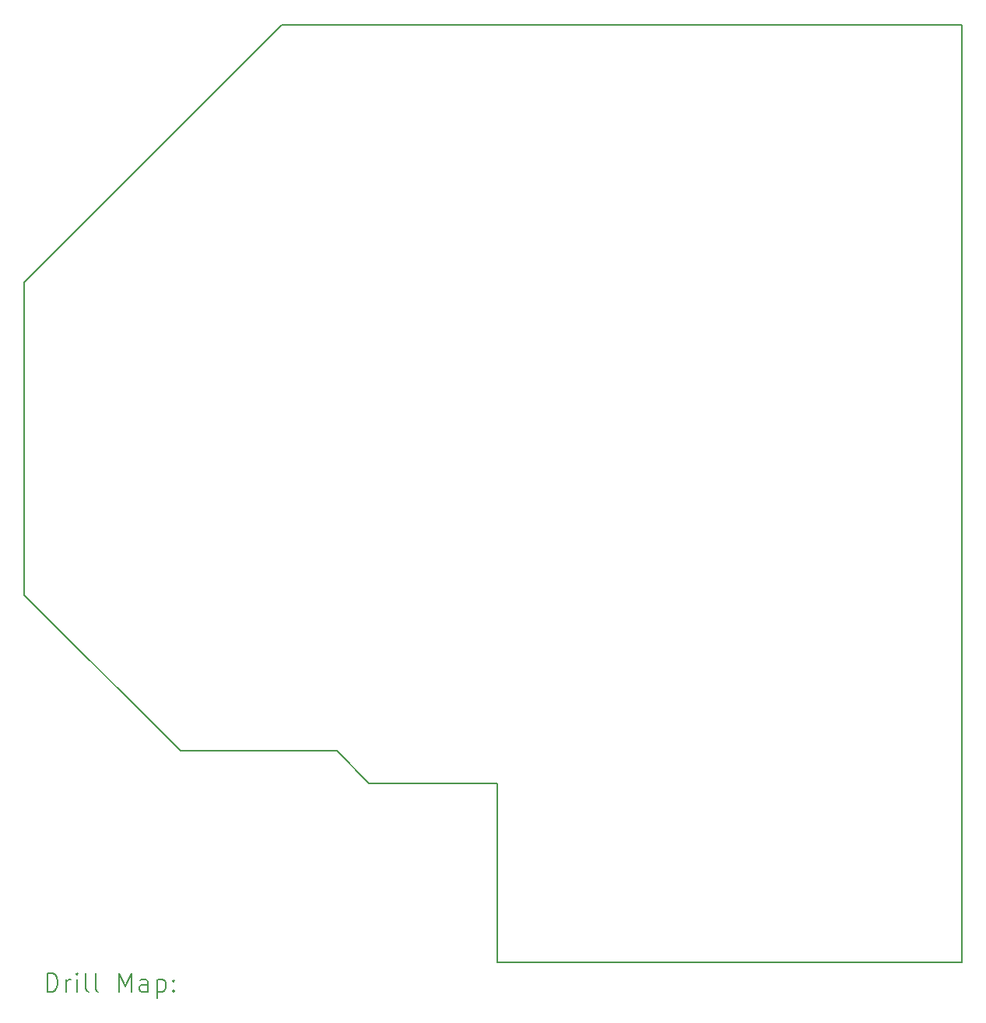
<source format=gbr>
%TF.GenerationSoftware,KiCad,Pcbnew,9.0.2*%
%TF.CreationDate,2025-06-22T13:00:46+02:00*%
%TF.ProjectId,kicad,6b696361-642e-46b6-9963-61645f706362,rev?*%
%TF.SameCoordinates,Original*%
%TF.FileFunction,Drillmap*%
%TF.FilePolarity,Positive*%
%FSLAX45Y45*%
G04 Gerber Fmt 4.5, Leading zero omitted, Abs format (unit mm)*
G04 Created by KiCad (PCBNEW 9.0.2) date 2025-06-22 13:00:46*
%MOMM*%
%LPD*%
G01*
G04 APERTURE LIST*
%ADD10C,0.150000*%
%ADD11C,0.200000*%
G04 APERTURE END LIST*
D10*
X5050000Y-9600000D02*
X6450000Y-9600000D01*
X11500000Y-11550000D02*
X6450000Y-11550000D01*
X6450000Y-11550000D02*
X6450000Y-9600000D01*
X5050000Y-9600000D02*
X4700000Y-9250000D01*
X4700000Y-9250000D02*
X3000000Y-9250000D01*
X1300000Y-7550000D02*
X1300000Y-4150000D01*
X4100000Y-1350000D02*
X11500000Y-1350000D01*
X1300000Y-4150000D02*
X4100000Y-1350000D01*
X3000000Y-9250000D02*
X1300000Y-7550000D01*
X11500000Y-11550000D02*
X11500000Y-1350000D01*
D11*
X1553277Y-11868984D02*
X1553277Y-11668984D01*
X1553277Y-11668984D02*
X1600896Y-11668984D01*
X1600896Y-11668984D02*
X1629467Y-11678508D01*
X1629467Y-11678508D02*
X1648515Y-11697555D01*
X1648515Y-11697555D02*
X1658039Y-11716603D01*
X1658039Y-11716603D02*
X1667562Y-11754698D01*
X1667562Y-11754698D02*
X1667562Y-11783269D01*
X1667562Y-11783269D02*
X1658039Y-11821365D01*
X1658039Y-11821365D02*
X1648515Y-11840412D01*
X1648515Y-11840412D02*
X1629467Y-11859460D01*
X1629467Y-11859460D02*
X1600896Y-11868984D01*
X1600896Y-11868984D02*
X1553277Y-11868984D01*
X1753277Y-11868984D02*
X1753277Y-11735650D01*
X1753277Y-11773746D02*
X1762801Y-11754698D01*
X1762801Y-11754698D02*
X1772324Y-11745174D01*
X1772324Y-11745174D02*
X1791372Y-11735650D01*
X1791372Y-11735650D02*
X1810420Y-11735650D01*
X1877086Y-11868984D02*
X1877086Y-11735650D01*
X1877086Y-11668984D02*
X1867562Y-11678508D01*
X1867562Y-11678508D02*
X1877086Y-11688031D01*
X1877086Y-11688031D02*
X1886610Y-11678508D01*
X1886610Y-11678508D02*
X1877086Y-11668984D01*
X1877086Y-11668984D02*
X1877086Y-11688031D01*
X2000896Y-11868984D02*
X1981848Y-11859460D01*
X1981848Y-11859460D02*
X1972324Y-11840412D01*
X1972324Y-11840412D02*
X1972324Y-11668984D01*
X2105658Y-11868984D02*
X2086610Y-11859460D01*
X2086610Y-11859460D02*
X2077086Y-11840412D01*
X2077086Y-11840412D02*
X2077086Y-11668984D01*
X2334229Y-11868984D02*
X2334229Y-11668984D01*
X2334229Y-11668984D02*
X2400896Y-11811841D01*
X2400896Y-11811841D02*
X2467563Y-11668984D01*
X2467563Y-11668984D02*
X2467563Y-11868984D01*
X2648515Y-11868984D02*
X2648515Y-11764222D01*
X2648515Y-11764222D02*
X2638991Y-11745174D01*
X2638991Y-11745174D02*
X2619944Y-11735650D01*
X2619944Y-11735650D02*
X2581848Y-11735650D01*
X2581848Y-11735650D02*
X2562801Y-11745174D01*
X2648515Y-11859460D02*
X2629467Y-11868984D01*
X2629467Y-11868984D02*
X2581848Y-11868984D01*
X2581848Y-11868984D02*
X2562801Y-11859460D01*
X2562801Y-11859460D02*
X2553277Y-11840412D01*
X2553277Y-11840412D02*
X2553277Y-11821365D01*
X2553277Y-11821365D02*
X2562801Y-11802317D01*
X2562801Y-11802317D02*
X2581848Y-11792793D01*
X2581848Y-11792793D02*
X2629467Y-11792793D01*
X2629467Y-11792793D02*
X2648515Y-11783269D01*
X2743753Y-11735650D02*
X2743753Y-11935650D01*
X2743753Y-11745174D02*
X2762801Y-11735650D01*
X2762801Y-11735650D02*
X2800896Y-11735650D01*
X2800896Y-11735650D02*
X2819943Y-11745174D01*
X2819943Y-11745174D02*
X2829467Y-11754698D01*
X2829467Y-11754698D02*
X2838991Y-11773746D01*
X2838991Y-11773746D02*
X2838991Y-11830888D01*
X2838991Y-11830888D02*
X2829467Y-11849936D01*
X2829467Y-11849936D02*
X2819943Y-11859460D01*
X2819943Y-11859460D02*
X2800896Y-11868984D01*
X2800896Y-11868984D02*
X2762801Y-11868984D01*
X2762801Y-11868984D02*
X2743753Y-11859460D01*
X2924705Y-11849936D02*
X2934229Y-11859460D01*
X2934229Y-11859460D02*
X2924705Y-11868984D01*
X2924705Y-11868984D02*
X2915182Y-11859460D01*
X2915182Y-11859460D02*
X2924705Y-11849936D01*
X2924705Y-11849936D02*
X2924705Y-11868984D01*
X2924705Y-11745174D02*
X2934229Y-11754698D01*
X2934229Y-11754698D02*
X2924705Y-11764222D01*
X2924705Y-11764222D02*
X2915182Y-11754698D01*
X2915182Y-11754698D02*
X2924705Y-11745174D01*
X2924705Y-11745174D02*
X2924705Y-11764222D01*
M02*

</source>
